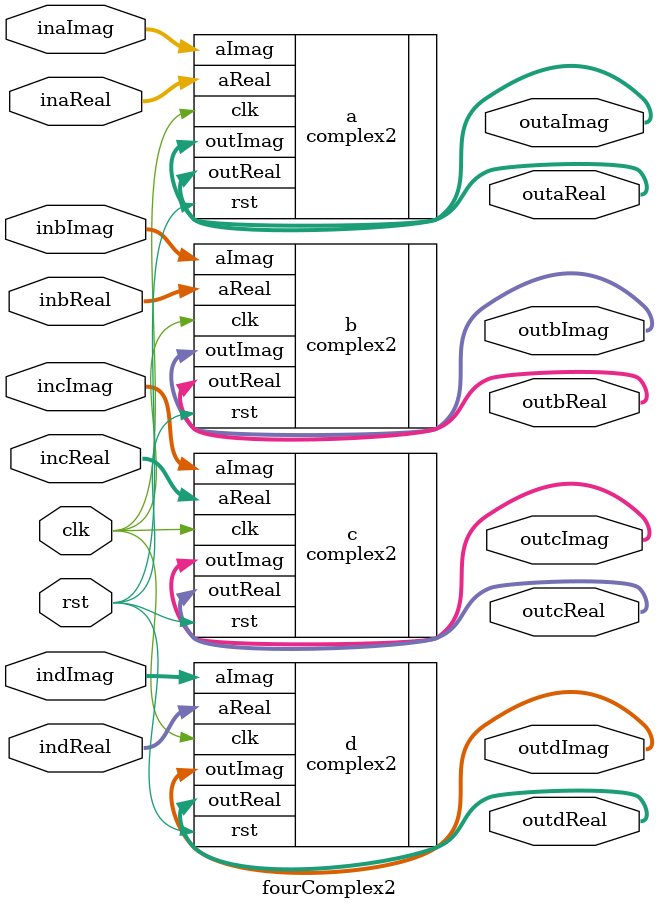
<source format=v>

module fourComplex2#(parameter WIDTH = 16)
(
	input clk, 
	input rst,
	input [WIDTH-1:0] inaReal,
	input [WIDTH-1:0] inaImag,
	input [WIDTH-1:0] inbReal,
	input [WIDTH-1:0] inbImag,
	input [WIDTH-1:0] incReal,
	input [WIDTH-1:0] incImag,	
	input [WIDTH-1:0] indReal,
	input [WIDTH-1:0] indImag,
	output [WIDTH-1:0] outaReal,
	output [WIDTH-1:0] outaImag,
	output [WIDTH-1:0] outbReal,
	output [WIDTH-1:0] outbImag,
	output [WIDTH-1:0] outcReal,
	output [WIDTH-1:0] outcImag,
	output [WIDTH-1:0] outdReal,
	output [WIDTH-1:0] outdImag	
);

complex2#(.WIDTH(WIDTH)) a
(
	.clk(clk),
	.rst(rst),
	.aReal(inaReal),
	.aImag(inaImag),
	.outReal(outaReal),
	.outImag(outaImag)
);
complex2#(.WIDTH(WIDTH)) b
(
	.clk(clk),
	.rst(rst),
	.aReal(inbReal),
	.aImag(inbImag),
	.outReal(outbReal),
	.outImag(outbImag)
);
complex2#(.WIDTH(WIDTH)) c
(
	.clk(clk),
	.rst(rst),
	.aReal(incReal),
	.aImag(incImag),
	.outReal(outcReal),
	.outImag(outcImag)
);
complex2#(.WIDTH(WIDTH)) d
(
	.clk(clk),
	.rst(rst),
	.aReal(indReal),
	.aImag(indImag),
	.outReal(outdReal),
	.outImag(outdImag)
);

endmodule
</source>
